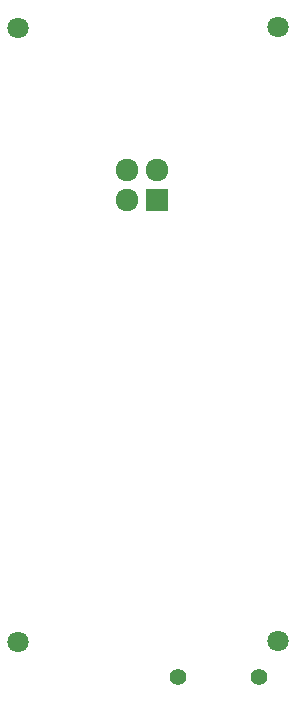
<source format=gbs>
G04 #@! TF.FileFunction,Soldermask,Bot*
%FSLAX46Y46*%
G04 Gerber Fmt 4.6, Leading zero omitted, Abs format (unit mm)*
G04 Created by KiCad (PCBNEW 4.0.2+dfsg1-stable) date Mon 05 Nov 2018 12:17:06 AM EST*
%MOMM*%
G01*
G04 APERTURE LIST*
%ADD10C,0.100000*%
%ADD11R,1.927200X1.927200*%
%ADD12O,1.927200X1.927200*%
%ADD13C,1.400000*%
%ADD14C,1.800000*%
G04 APERTURE END LIST*
D10*
D11*
X113792000Y-92075000D03*
D12*
X111252000Y-92075000D03*
X113792000Y-89535000D03*
X111252000Y-89535000D03*
D13*
X115600000Y-132500000D03*
X122400000Y-132500000D03*
D14*
X102000000Y-129550000D03*
X102000000Y-77550000D03*
X124000000Y-77450000D03*
X124000000Y-129450000D03*
M02*

</source>
